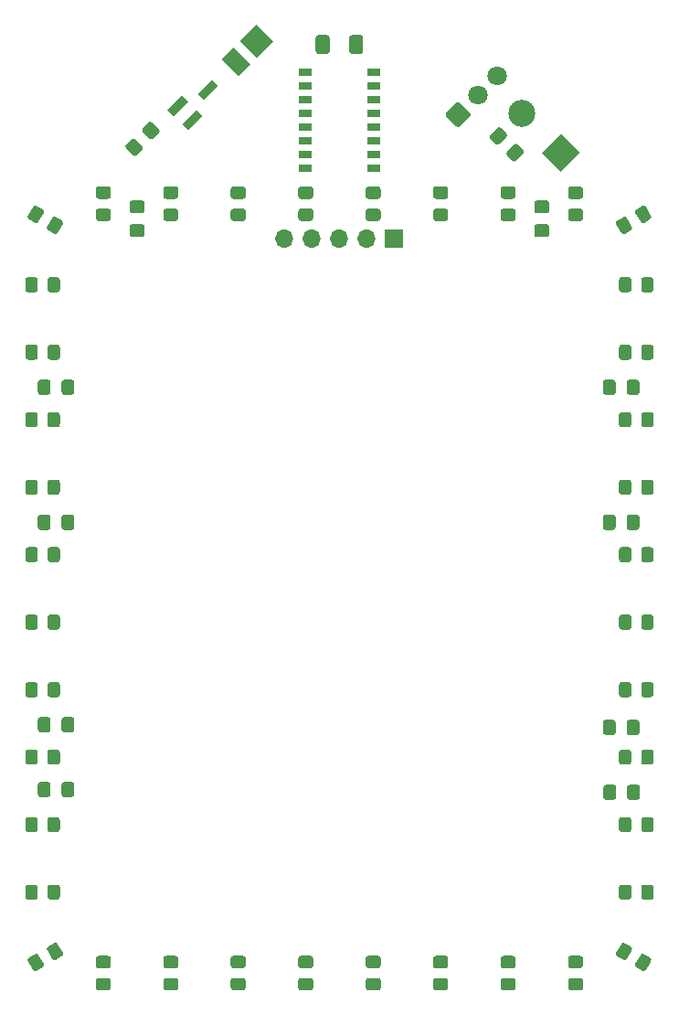
<source format=gbr>
%TF.GenerationSoftware,KiCad,Pcbnew,5.1.9+dfsg1-1+deb11u1*%
%TF.CreationDate,2023-08-15T12:15:31+02:00*%
%TF.ProjectId,label1,6c616265-6c31-42e6-9b69-6361645f7063,rev?*%
%TF.SameCoordinates,Original*%
%TF.FileFunction,Soldermask,Top*%
%TF.FilePolarity,Negative*%
%FSLAX46Y46*%
G04 Gerber Fmt 4.6, Leading zero omitted, Abs format (unit mm)*
G04 Created by KiCad (PCBNEW 5.1.9+dfsg1-1+deb11u1) date 2023-08-15 12:15:31*
%MOMM*%
%LPD*%
G01*
G04 APERTURE LIST*
%ADD10R,1.300000X0.800000*%
%ADD11C,1.800000*%
%ADD12C,0.100000*%
%ADD13C,2.500000*%
%ADD14O,1.700000X1.700000*%
%ADD15R,1.700000X1.700000*%
G04 APERTURE END LIST*
D10*
%TO.C,U1*%
X58150000Y-39050000D03*
X58150000Y-40330000D03*
X58150000Y-41590000D03*
X58150000Y-42860000D03*
X58150000Y-44140000D03*
X58150000Y-45410000D03*
X58150000Y-46670000D03*
X58150000Y-47950000D03*
X51850000Y-47950000D03*
X51850000Y-46670000D03*
X51850000Y-45410000D03*
X51850000Y-44140000D03*
X51850000Y-42860000D03*
X51850000Y-41590000D03*
X51850000Y-40330000D03*
X51850000Y-39050000D03*
%TD*%
D11*
%TO.C,U2*%
X69592102Y-39407898D03*
X67796051Y-41203949D03*
G36*
G01*
X65824355Y-44097147D02*
X64902853Y-43175645D01*
G75*
G02*
X64902853Y-42824355I175645J175645D01*
G01*
X65824355Y-41902853D01*
G75*
G02*
X66175645Y-41902853I175645J-175645D01*
G01*
X67097147Y-42824355D01*
G75*
G02*
X67097147Y-43175645I-175645J-175645D01*
G01*
X66175645Y-44097147D01*
G75*
G02*
X65824355Y-44097147I-175645J175645D01*
G01*
G37*
%TD*%
D12*
%TO.C,Q1*%
G36*
X42421751Y-41643934D02*
G01*
X41856066Y-41078249D01*
X43199569Y-39734746D01*
X43765254Y-40300431D01*
X42421751Y-41643934D01*
G37*
G36*
X40972182Y-44437006D02*
G01*
X40406497Y-43871321D01*
X41750000Y-42527818D01*
X42315685Y-43093503D01*
X40972182Y-44437006D01*
G37*
G36*
X39628679Y-43093503D02*
G01*
X39062994Y-42527818D01*
X40406497Y-41184315D01*
X40972182Y-41750000D01*
X39628679Y-43093503D01*
G37*
%TD*%
%TO.C,D41*%
G36*
X47310660Y-37744975D02*
G01*
X45755025Y-36189340D01*
X47310660Y-34633705D01*
X48866295Y-36189340D01*
X47310660Y-37744975D01*
G37*
G36*
X45613604Y-39442031D02*
G01*
X44057969Y-37886396D01*
X45189340Y-36755025D01*
X46744975Y-38310660D01*
X45613604Y-39442031D01*
G37*
%TD*%
%TO.C,C1*%
G36*
G01*
X70535072Y-46422034D02*
X71172034Y-45785072D01*
G75*
G02*
X71525022Y-45785072I176494J-176494D01*
G01*
X72020562Y-46280612D01*
G75*
G02*
X72020562Y-46633600I-176494J-176494D01*
G01*
X71383600Y-47270562D01*
G75*
G02*
X71030612Y-47270562I-176494J176494D01*
G01*
X70535072Y-46775022D01*
G75*
G02*
X70535072Y-46422034I176494J176494D01*
G01*
G37*
G36*
G01*
X68979438Y-44866400D02*
X69616400Y-44229438D01*
G75*
G02*
X69969388Y-44229438I176494J-176494D01*
G01*
X70464928Y-44724978D01*
G75*
G02*
X70464928Y-45077966I-176494J-176494D01*
G01*
X69827966Y-45714928D01*
G75*
G02*
X69474978Y-45714928I-176494J176494D01*
G01*
X68979438Y-45219388D01*
G75*
G02*
X68979438Y-44866400I176494J176494D01*
G01*
G37*
%TD*%
%TO.C,R13*%
G36*
G01*
X54100000Y-35875000D02*
X54100000Y-37125000D01*
G75*
G02*
X53850000Y-37375000I-250000J0D01*
G01*
X53050000Y-37375000D01*
G75*
G02*
X52800000Y-37125000I0J250000D01*
G01*
X52800000Y-35875000D01*
G75*
G02*
X53050000Y-35625000I250000J0D01*
G01*
X53850000Y-35625000D01*
G75*
G02*
X54100000Y-35875000I0J-250000D01*
G01*
G37*
G36*
G01*
X57200000Y-35875000D02*
X57200000Y-37125000D01*
G75*
G02*
X56950000Y-37375000I-250000J0D01*
G01*
X56150000Y-37375000D01*
G75*
G02*
X55900000Y-37125000I0J250000D01*
G01*
X55900000Y-35875000D01*
G75*
G02*
X56150000Y-35625000I250000J0D01*
G01*
X56950000Y-35625000D01*
G75*
G02*
X57200000Y-35875000I0J-250000D01*
G01*
G37*
%TD*%
D13*
%TO.C,J2*%
X71907898Y-42907898D03*
D12*
G36*
X77267767Y-46500000D02*
G01*
X75500000Y-48267767D01*
X73732233Y-46500000D01*
X75500000Y-44732233D01*
X77267767Y-46500000D01*
G37*
%TD*%
D14*
%TO.C,J1*%
X49920000Y-54500000D03*
X52460000Y-54500000D03*
X55000000Y-54500000D03*
X57540000Y-54500000D03*
D15*
X60080000Y-54500000D03*
%TD*%
%TO.C,R12*%
G36*
G01*
X37422034Y-45214928D02*
X36785072Y-44577966D01*
G75*
G02*
X36785072Y-44224978I176494J176494D01*
G01*
X37280612Y-43729438D01*
G75*
G02*
X37633600Y-43729438I176494J-176494D01*
G01*
X38270562Y-44366400D01*
G75*
G02*
X38270562Y-44719388I-176494J-176494D01*
G01*
X37775022Y-45214928D01*
G75*
G02*
X37422034Y-45214928I-176494J176494D01*
G01*
G37*
G36*
G01*
X35866400Y-46770562D02*
X35229438Y-46133600D01*
G75*
G02*
X35229438Y-45780612I176494J176494D01*
G01*
X35724978Y-45285072D01*
G75*
G02*
X36077966Y-45285072I176494J-176494D01*
G01*
X36714928Y-45922034D01*
G75*
G02*
X36714928Y-46275022I-176494J-176494D01*
G01*
X36219388Y-46770562D01*
G75*
G02*
X35866400Y-46770562I-176494J176494D01*
G01*
G37*
%TD*%
%TO.C,R10*%
G36*
G01*
X28250000Y-105049600D02*
X28250000Y-105950400D01*
G75*
G02*
X28000400Y-106200000I-249600J0D01*
G01*
X27299600Y-106200000D01*
G75*
G02*
X27050000Y-105950400I0J249600D01*
G01*
X27050000Y-105049600D01*
G75*
G02*
X27299600Y-104800000I249600J0D01*
G01*
X28000400Y-104800000D01*
G75*
G02*
X28250000Y-105049600I0J-249600D01*
G01*
G37*
G36*
G01*
X30450000Y-105049600D02*
X30450000Y-105950400D01*
G75*
G02*
X30200400Y-106200000I-249600J0D01*
G01*
X29499600Y-106200000D01*
G75*
G02*
X29250000Y-105950400I0J249600D01*
G01*
X29250000Y-105049600D01*
G75*
G02*
X29499600Y-104800000I249600J0D01*
G01*
X30200400Y-104800000D01*
G75*
G02*
X30450000Y-105049600I0J-249600D01*
G01*
G37*
%TD*%
%TO.C,R9*%
G36*
G01*
X28250000Y-99049600D02*
X28250000Y-99950400D01*
G75*
G02*
X28000400Y-100200000I-249600J0D01*
G01*
X27299600Y-100200000D01*
G75*
G02*
X27050000Y-99950400I0J249600D01*
G01*
X27050000Y-99049600D01*
G75*
G02*
X27299600Y-98800000I249600J0D01*
G01*
X28000400Y-98800000D01*
G75*
G02*
X28250000Y-99049600I0J-249600D01*
G01*
G37*
G36*
G01*
X30450000Y-99049600D02*
X30450000Y-99950400D01*
G75*
G02*
X30200400Y-100200000I-249600J0D01*
G01*
X29499600Y-100200000D01*
G75*
G02*
X29250000Y-99950400I0J249600D01*
G01*
X29250000Y-99049600D01*
G75*
G02*
X29499600Y-98800000I249600J0D01*
G01*
X30200400Y-98800000D01*
G75*
G02*
X30450000Y-99049600I0J-249600D01*
G01*
G37*
%TD*%
%TO.C,R8*%
G36*
G01*
X28250000Y-80299600D02*
X28250000Y-81200400D01*
G75*
G02*
X28000400Y-81450000I-249600J0D01*
G01*
X27299600Y-81450000D01*
G75*
G02*
X27050000Y-81200400I0J249600D01*
G01*
X27050000Y-80299600D01*
G75*
G02*
X27299600Y-80050000I249600J0D01*
G01*
X28000400Y-80050000D01*
G75*
G02*
X28250000Y-80299600I0J-249600D01*
G01*
G37*
G36*
G01*
X30450000Y-80299600D02*
X30450000Y-81200400D01*
G75*
G02*
X30200400Y-81450000I-249600J0D01*
G01*
X29499600Y-81450000D01*
G75*
G02*
X29250000Y-81200400I0J249600D01*
G01*
X29250000Y-80299600D01*
G75*
G02*
X29499600Y-80050000I249600J0D01*
G01*
X30200400Y-80050000D01*
G75*
G02*
X30450000Y-80299600I0J-249600D01*
G01*
G37*
%TD*%
%TO.C,R7*%
G36*
G01*
X28250000Y-67799600D02*
X28250000Y-68700400D01*
G75*
G02*
X28000400Y-68950000I-249600J0D01*
G01*
X27299600Y-68950000D01*
G75*
G02*
X27050000Y-68700400I0J249600D01*
G01*
X27050000Y-67799600D01*
G75*
G02*
X27299600Y-67550000I249600J0D01*
G01*
X28000400Y-67550000D01*
G75*
G02*
X28250000Y-67799600I0J-249600D01*
G01*
G37*
G36*
G01*
X30450000Y-67799600D02*
X30450000Y-68700400D01*
G75*
G02*
X30200400Y-68950000I-249600J0D01*
G01*
X29499600Y-68950000D01*
G75*
G02*
X29250000Y-68700400I0J249600D01*
G01*
X29250000Y-67799600D01*
G75*
G02*
X29499600Y-67550000I249600J0D01*
G01*
X30200400Y-67550000D01*
G75*
G02*
X30450000Y-67799600I0J-249600D01*
G01*
G37*
%TD*%
%TO.C,R6*%
G36*
G01*
X35799600Y-53150000D02*
X36700400Y-53150000D01*
G75*
G02*
X36950000Y-53399600I0J-249600D01*
G01*
X36950000Y-54100400D01*
G75*
G02*
X36700400Y-54350000I-249600J0D01*
G01*
X35799600Y-54350000D01*
G75*
G02*
X35550000Y-54100400I0J249600D01*
G01*
X35550000Y-53399600D01*
G75*
G02*
X35799600Y-53150000I249600J0D01*
G01*
G37*
G36*
G01*
X35799600Y-50950000D02*
X36700400Y-50950000D01*
G75*
G02*
X36950000Y-51199600I0J-249600D01*
G01*
X36950000Y-51900400D01*
G75*
G02*
X36700400Y-52150000I-249600J0D01*
G01*
X35799600Y-52150000D01*
G75*
G02*
X35550000Y-51900400I0J249600D01*
G01*
X35550000Y-51199600D01*
G75*
G02*
X35799600Y-50950000I249600J0D01*
G01*
G37*
%TD*%
%TO.C,R5*%
G36*
G01*
X73299600Y-53150000D02*
X74200400Y-53150000D01*
G75*
G02*
X74450000Y-53399600I0J-249600D01*
G01*
X74450000Y-54100400D01*
G75*
G02*
X74200400Y-54350000I-249600J0D01*
G01*
X73299600Y-54350000D01*
G75*
G02*
X73050000Y-54100400I0J249600D01*
G01*
X73050000Y-53399600D01*
G75*
G02*
X73299600Y-53150000I249600J0D01*
G01*
G37*
G36*
G01*
X73299600Y-50950000D02*
X74200400Y-50950000D01*
G75*
G02*
X74450000Y-51199600I0J-249600D01*
G01*
X74450000Y-51900400D01*
G75*
G02*
X74200400Y-52150000I-249600J0D01*
G01*
X73299600Y-52150000D01*
G75*
G02*
X73050000Y-51900400I0J249600D01*
G01*
X73050000Y-51199600D01*
G75*
G02*
X73299600Y-50950000I249600J0D01*
G01*
G37*
%TD*%
%TO.C,R4*%
G36*
G01*
X81600000Y-68700400D02*
X81600000Y-67799600D01*
G75*
G02*
X81849600Y-67550000I249600J0D01*
G01*
X82550400Y-67550000D01*
G75*
G02*
X82800000Y-67799600I0J-249600D01*
G01*
X82800000Y-68700400D01*
G75*
G02*
X82550400Y-68950000I-249600J0D01*
G01*
X81849600Y-68950000D01*
G75*
G02*
X81600000Y-68700400I0J249600D01*
G01*
G37*
G36*
G01*
X79400000Y-68700400D02*
X79400000Y-67799600D01*
G75*
G02*
X79649600Y-67550000I249600J0D01*
G01*
X80350400Y-67550000D01*
G75*
G02*
X80600000Y-67799600I0J-249600D01*
G01*
X80600000Y-68700400D01*
G75*
G02*
X80350400Y-68950000I-249600J0D01*
G01*
X79649600Y-68950000D01*
G75*
G02*
X79400000Y-68700400I0J249600D01*
G01*
G37*
%TD*%
%TO.C,R3*%
G36*
G01*
X81600000Y-81200400D02*
X81600000Y-80299600D01*
G75*
G02*
X81849600Y-80050000I249600J0D01*
G01*
X82550400Y-80050000D01*
G75*
G02*
X82800000Y-80299600I0J-249600D01*
G01*
X82800000Y-81200400D01*
G75*
G02*
X82550400Y-81450000I-249600J0D01*
G01*
X81849600Y-81450000D01*
G75*
G02*
X81600000Y-81200400I0J249600D01*
G01*
G37*
G36*
G01*
X79400000Y-81200400D02*
X79400000Y-80299600D01*
G75*
G02*
X79649600Y-80050000I249600J0D01*
G01*
X80350400Y-80050000D01*
G75*
G02*
X80600000Y-80299600I0J-249600D01*
G01*
X80600000Y-81200400D01*
G75*
G02*
X80350400Y-81450000I-249600J0D01*
G01*
X79649600Y-81450000D01*
G75*
G02*
X79400000Y-81200400I0J249600D01*
G01*
G37*
%TD*%
%TO.C,R2*%
G36*
G01*
X81600000Y-100200400D02*
X81600000Y-99299600D01*
G75*
G02*
X81849600Y-99050000I249600J0D01*
G01*
X82550400Y-99050000D01*
G75*
G02*
X82800000Y-99299600I0J-249600D01*
G01*
X82800000Y-100200400D01*
G75*
G02*
X82550400Y-100450000I-249600J0D01*
G01*
X81849600Y-100450000D01*
G75*
G02*
X81600000Y-100200400I0J249600D01*
G01*
G37*
G36*
G01*
X79400000Y-100200400D02*
X79400000Y-99299600D01*
G75*
G02*
X79649600Y-99050000I249600J0D01*
G01*
X80350400Y-99050000D01*
G75*
G02*
X80600000Y-99299600I0J-249600D01*
G01*
X80600000Y-100200400D01*
G75*
G02*
X80350400Y-100450000I-249600J0D01*
G01*
X79649600Y-100450000D01*
G75*
G02*
X79400000Y-100200400I0J249600D01*
G01*
G37*
%TD*%
%TO.C,R1*%
G36*
G01*
X81650000Y-106200400D02*
X81650000Y-105299600D01*
G75*
G02*
X81899600Y-105050000I249600J0D01*
G01*
X82600400Y-105050000D01*
G75*
G02*
X82850000Y-105299600I0J-249600D01*
G01*
X82850000Y-106200400D01*
G75*
G02*
X82600400Y-106450000I-249600J0D01*
G01*
X81899600Y-106450000D01*
G75*
G02*
X81650000Y-106200400I0J249600D01*
G01*
G37*
G36*
G01*
X79450000Y-106200400D02*
X79450000Y-105299600D01*
G75*
G02*
X79699600Y-105050000I249600J0D01*
G01*
X80400400Y-105050000D01*
G75*
G02*
X80650000Y-105299600I0J-249600D01*
G01*
X80650000Y-106200400D01*
G75*
G02*
X80400400Y-106450000I-249600J0D01*
G01*
X79699600Y-106450000D01*
G75*
G02*
X79450000Y-106200400I0J249600D01*
G01*
G37*
%TD*%
%TO.C,D40*%
G36*
G01*
X27050000Y-102049999D02*
X27050000Y-102950001D01*
G75*
G02*
X26800001Y-103200000I-249999J0D01*
G01*
X26149999Y-103200000D01*
G75*
G02*
X25900000Y-102950001I0J249999D01*
G01*
X25900000Y-102049999D01*
G75*
G02*
X26149999Y-101800000I249999J0D01*
G01*
X26800001Y-101800000D01*
G75*
G02*
X27050000Y-102049999I0J-249999D01*
G01*
G37*
G36*
G01*
X29100000Y-102049999D02*
X29100000Y-102950001D01*
G75*
G02*
X28850001Y-103200000I-249999J0D01*
G01*
X28199999Y-103200000D01*
G75*
G02*
X27950000Y-102950001I0J249999D01*
G01*
X27950000Y-102049999D01*
G75*
G02*
X28199999Y-101800000I249999J0D01*
G01*
X28850001Y-101800000D01*
G75*
G02*
X29100000Y-102049999I0J-249999D01*
G01*
G37*
%TD*%
%TO.C,D39*%
G36*
G01*
X27050000Y-77049999D02*
X27050000Y-77950001D01*
G75*
G02*
X26800001Y-78200000I-249999J0D01*
G01*
X26149999Y-78200000D01*
G75*
G02*
X25900000Y-77950001I0J249999D01*
G01*
X25900000Y-77049999D01*
G75*
G02*
X26149999Y-76800000I249999J0D01*
G01*
X26800001Y-76800000D01*
G75*
G02*
X27050000Y-77049999I0J-249999D01*
G01*
G37*
G36*
G01*
X29100000Y-77049999D02*
X29100000Y-77950001D01*
G75*
G02*
X28850001Y-78200000I-249999J0D01*
G01*
X28199999Y-78200000D01*
G75*
G02*
X27950000Y-77950001I0J249999D01*
G01*
X27950000Y-77049999D01*
G75*
G02*
X28199999Y-76800000I249999J0D01*
G01*
X28850001Y-76800000D01*
G75*
G02*
X29100000Y-77049999I0J-249999D01*
G01*
G37*
%TD*%
%TO.C,D38*%
G36*
G01*
X27585289Y-52135287D02*
X27135288Y-52914712D01*
G75*
G02*
X26793783Y-53006218I-216505J124999D01*
G01*
X26230864Y-52681217D01*
G75*
G02*
X26139359Y-52339713I125000J216505D01*
G01*
X26589360Y-51560288D01*
G75*
G02*
X26930865Y-51468782I216505J-124999D01*
G01*
X27493784Y-51793783D01*
G75*
G02*
X27585289Y-52135287I-125000J-216505D01*
G01*
G37*
G36*
G01*
X29360641Y-53160287D02*
X28910640Y-53939712D01*
G75*
G02*
X28569135Y-54031218I-216505J124999D01*
G01*
X28006216Y-53706217D01*
G75*
G02*
X27914711Y-53364713I125000J216505D01*
G01*
X28364712Y-52585288D01*
G75*
G02*
X28706217Y-52493782I216505J-124999D01*
G01*
X29269136Y-52818783D01*
G75*
G02*
X29360641Y-53160287I-125000J-216505D01*
G01*
G37*
%TD*%
%TO.C,D37*%
G36*
G01*
X52325001Y-50800000D02*
X51424999Y-50800000D01*
G75*
G02*
X51175000Y-50550001I0J249999D01*
G01*
X51175000Y-49899999D01*
G75*
G02*
X51424999Y-49650000I249999J0D01*
G01*
X52325001Y-49650000D01*
G75*
G02*
X52575000Y-49899999I0J-249999D01*
G01*
X52575000Y-50550001D01*
G75*
G02*
X52325001Y-50800000I-249999J0D01*
G01*
G37*
G36*
G01*
X52325001Y-52850000D02*
X51424999Y-52850000D01*
G75*
G02*
X51175000Y-52600001I0J249999D01*
G01*
X51175000Y-51949999D01*
G75*
G02*
X51424999Y-51700000I249999J0D01*
G01*
X52325001Y-51700000D01*
G75*
G02*
X52575000Y-51949999I0J-249999D01*
G01*
X52575000Y-52600001D01*
G75*
G02*
X52325001Y-52850000I-249999J0D01*
G01*
G37*
%TD*%
%TO.C,D36*%
G36*
G01*
X82950000Y-71700001D02*
X82950000Y-70799999D01*
G75*
G02*
X83199999Y-70550000I249999J0D01*
G01*
X83850001Y-70550000D01*
G75*
G02*
X84100000Y-70799999I0J-249999D01*
G01*
X84100000Y-71700001D01*
G75*
G02*
X83850001Y-71950000I-249999J0D01*
G01*
X83199999Y-71950000D01*
G75*
G02*
X82950000Y-71700001I0J249999D01*
G01*
G37*
G36*
G01*
X80900000Y-71700001D02*
X80900000Y-70799999D01*
G75*
G02*
X81149999Y-70550000I249999J0D01*
G01*
X81800001Y-70550000D01*
G75*
G02*
X82050000Y-70799999I0J-249999D01*
G01*
X82050000Y-71700001D01*
G75*
G02*
X81800001Y-71950000I-249999J0D01*
G01*
X81149999Y-71950000D01*
G75*
G02*
X80900000Y-71700001I0J249999D01*
G01*
G37*
%TD*%
%TO.C,D35*%
G36*
G01*
X82950000Y-96700001D02*
X82950000Y-95799999D01*
G75*
G02*
X83199999Y-95550000I249999J0D01*
G01*
X83850001Y-95550000D01*
G75*
G02*
X84100000Y-95799999I0J-249999D01*
G01*
X84100000Y-96700001D01*
G75*
G02*
X83850001Y-96950000I-249999J0D01*
G01*
X83199999Y-96950000D01*
G75*
G02*
X82950000Y-96700001I0J249999D01*
G01*
G37*
G36*
G01*
X80900000Y-96700001D02*
X80900000Y-95799999D01*
G75*
G02*
X81149999Y-95550000I249999J0D01*
G01*
X81800001Y-95550000D01*
G75*
G02*
X82050000Y-95799999I0J-249999D01*
G01*
X82050000Y-96700001D01*
G75*
G02*
X81800001Y-96950000I-249999J0D01*
G01*
X81149999Y-96950000D01*
G75*
G02*
X80900000Y-96700001I0J249999D01*
G01*
G37*
%TD*%
%TO.C,D34*%
G36*
G01*
X82414711Y-121614713D02*
X82864712Y-120835288D01*
G75*
G02*
X83206217Y-120743782I216505J-124999D01*
G01*
X83769136Y-121068783D01*
G75*
G02*
X83860641Y-121410287I-125000J-216505D01*
G01*
X83410640Y-122189712D01*
G75*
G02*
X83069135Y-122281218I-216505J124999D01*
G01*
X82506216Y-121956217D01*
G75*
G02*
X82414711Y-121614713I125000J216505D01*
G01*
G37*
G36*
G01*
X80639359Y-120589713D02*
X81089360Y-119810288D01*
G75*
G02*
X81430865Y-119718782I216505J-124999D01*
G01*
X81993784Y-120043783D01*
G75*
G02*
X82085289Y-120385287I-125000J-216505D01*
G01*
X81635288Y-121164712D01*
G75*
G02*
X81293783Y-121256218I-216505J124999D01*
G01*
X80730864Y-120931217D01*
G75*
G02*
X80639359Y-120589713I125000J216505D01*
G01*
G37*
%TD*%
%TO.C,D33*%
G36*
G01*
X57674999Y-122950000D02*
X58575001Y-122950000D01*
G75*
G02*
X58825000Y-123199999I0J-249999D01*
G01*
X58825000Y-123850001D01*
G75*
G02*
X58575001Y-124100000I-249999J0D01*
G01*
X57674999Y-124100000D01*
G75*
G02*
X57425000Y-123850001I0J249999D01*
G01*
X57425000Y-123199999D01*
G75*
G02*
X57674999Y-122950000I249999J0D01*
G01*
G37*
G36*
G01*
X57674999Y-120900000D02*
X58575001Y-120900000D01*
G75*
G02*
X58825000Y-121149999I0J-249999D01*
G01*
X58825000Y-121800001D01*
G75*
G02*
X58575001Y-122050000I-249999J0D01*
G01*
X57674999Y-122050000D01*
G75*
G02*
X57425000Y-121800001I0J249999D01*
G01*
X57425000Y-121149999D01*
G75*
G02*
X57674999Y-120900000I249999J0D01*
G01*
G37*
%TD*%
%TO.C,D32*%
G36*
G01*
X32674999Y-122950000D02*
X33575001Y-122950000D01*
G75*
G02*
X33825000Y-123199999I0J-249999D01*
G01*
X33825000Y-123850001D01*
G75*
G02*
X33575001Y-124100000I-249999J0D01*
G01*
X32674999Y-124100000D01*
G75*
G02*
X32425000Y-123850001I0J249999D01*
G01*
X32425000Y-123199999D01*
G75*
G02*
X32674999Y-122950000I249999J0D01*
G01*
G37*
G36*
G01*
X32674999Y-120900000D02*
X33575001Y-120900000D01*
G75*
G02*
X33825000Y-121149999I0J-249999D01*
G01*
X33825000Y-121800001D01*
G75*
G02*
X33575001Y-122050000I-249999J0D01*
G01*
X32674999Y-122050000D01*
G75*
G02*
X32425000Y-121800001I0J249999D01*
G01*
X32425000Y-121149999D01*
G75*
G02*
X32674999Y-120900000I249999J0D01*
G01*
G37*
%TD*%
%TO.C,D31*%
G36*
G01*
X27050000Y-83299999D02*
X27050000Y-84200001D01*
G75*
G02*
X26800001Y-84450000I-249999J0D01*
G01*
X26149999Y-84450000D01*
G75*
G02*
X25900000Y-84200001I0J249999D01*
G01*
X25900000Y-83299999D01*
G75*
G02*
X26149999Y-83050000I249999J0D01*
G01*
X26800001Y-83050000D01*
G75*
G02*
X27050000Y-83299999I0J-249999D01*
G01*
G37*
G36*
G01*
X29100000Y-83299999D02*
X29100000Y-84200001D01*
G75*
G02*
X28850001Y-84450000I-249999J0D01*
G01*
X28199999Y-84450000D01*
G75*
G02*
X27950000Y-84200001I0J249999D01*
G01*
X27950000Y-83299999D01*
G75*
G02*
X28199999Y-83050000I249999J0D01*
G01*
X28850001Y-83050000D01*
G75*
G02*
X29100000Y-83299999I0J-249999D01*
G01*
G37*
%TD*%
%TO.C,D30*%
G36*
G01*
X27050000Y-58299999D02*
X27050000Y-59200001D01*
G75*
G02*
X26800001Y-59450000I-249999J0D01*
G01*
X26149999Y-59450000D01*
G75*
G02*
X25900000Y-59200001I0J249999D01*
G01*
X25900000Y-58299999D01*
G75*
G02*
X26149999Y-58050000I249999J0D01*
G01*
X26800001Y-58050000D01*
G75*
G02*
X27050000Y-58299999I0J-249999D01*
G01*
G37*
G36*
G01*
X29100000Y-58299999D02*
X29100000Y-59200001D01*
G75*
G02*
X28850001Y-59450000I-249999J0D01*
G01*
X28199999Y-59450000D01*
G75*
G02*
X27950000Y-59200001I0J249999D01*
G01*
X27950000Y-58299999D01*
G75*
G02*
X28199999Y-58050000I249999J0D01*
G01*
X28850001Y-58050000D01*
G75*
G02*
X29100000Y-58299999I0J-249999D01*
G01*
G37*
%TD*%
%TO.C,D29*%
G36*
G01*
X46075001Y-50800000D02*
X45174999Y-50800000D01*
G75*
G02*
X44925000Y-50550001I0J249999D01*
G01*
X44925000Y-49899999D01*
G75*
G02*
X45174999Y-49650000I249999J0D01*
G01*
X46075001Y-49650000D01*
G75*
G02*
X46325000Y-49899999I0J-249999D01*
G01*
X46325000Y-50550001D01*
G75*
G02*
X46075001Y-50800000I-249999J0D01*
G01*
G37*
G36*
G01*
X46075001Y-52850000D02*
X45174999Y-52850000D01*
G75*
G02*
X44925000Y-52600001I0J249999D01*
G01*
X44925000Y-51949999D01*
G75*
G02*
X45174999Y-51700000I249999J0D01*
G01*
X46075001Y-51700000D01*
G75*
G02*
X46325000Y-51949999I0J-249999D01*
G01*
X46325000Y-52600001D01*
G75*
G02*
X46075001Y-52850000I-249999J0D01*
G01*
G37*
%TD*%
%TO.C,D28*%
G36*
G01*
X77325001Y-50800000D02*
X76424999Y-50800000D01*
G75*
G02*
X76175000Y-50550001I0J249999D01*
G01*
X76175000Y-49899999D01*
G75*
G02*
X76424999Y-49650000I249999J0D01*
G01*
X77325001Y-49650000D01*
G75*
G02*
X77575000Y-49899999I0J-249999D01*
G01*
X77575000Y-50550001D01*
G75*
G02*
X77325001Y-50800000I-249999J0D01*
G01*
G37*
G36*
G01*
X77325001Y-52850000D02*
X76424999Y-52850000D01*
G75*
G02*
X76175000Y-52600001I0J249999D01*
G01*
X76175000Y-51949999D01*
G75*
G02*
X76424999Y-51700000I249999J0D01*
G01*
X77325001Y-51700000D01*
G75*
G02*
X77575000Y-51949999I0J-249999D01*
G01*
X77575000Y-52600001D01*
G75*
G02*
X77325001Y-52850000I-249999J0D01*
G01*
G37*
%TD*%
%TO.C,D27*%
G36*
G01*
X82950000Y-90450001D02*
X82950000Y-89549999D01*
G75*
G02*
X83199999Y-89300000I249999J0D01*
G01*
X83850001Y-89300000D01*
G75*
G02*
X84100000Y-89549999I0J-249999D01*
G01*
X84100000Y-90450001D01*
G75*
G02*
X83850001Y-90700000I-249999J0D01*
G01*
X83199999Y-90700000D01*
G75*
G02*
X82950000Y-90450001I0J249999D01*
G01*
G37*
G36*
G01*
X80900000Y-90450001D02*
X80900000Y-89549999D01*
G75*
G02*
X81149999Y-89300000I249999J0D01*
G01*
X81800001Y-89300000D01*
G75*
G02*
X82050000Y-89549999I0J-249999D01*
G01*
X82050000Y-90450001D01*
G75*
G02*
X81800001Y-90700000I-249999J0D01*
G01*
X81149999Y-90700000D01*
G75*
G02*
X80900000Y-90450001I0J249999D01*
G01*
G37*
%TD*%
%TO.C,D26*%
G36*
G01*
X82950000Y-115450001D02*
X82950000Y-114549999D01*
G75*
G02*
X83199999Y-114300000I249999J0D01*
G01*
X83850001Y-114300000D01*
G75*
G02*
X84100000Y-114549999I0J-249999D01*
G01*
X84100000Y-115450001D01*
G75*
G02*
X83850001Y-115700000I-249999J0D01*
G01*
X83199999Y-115700000D01*
G75*
G02*
X82950000Y-115450001I0J249999D01*
G01*
G37*
G36*
G01*
X80900000Y-115450001D02*
X80900000Y-114549999D01*
G75*
G02*
X81149999Y-114300000I249999J0D01*
G01*
X81800001Y-114300000D01*
G75*
G02*
X82050000Y-114549999I0J-249999D01*
G01*
X82050000Y-115450001D01*
G75*
G02*
X81800001Y-115700000I-249999J0D01*
G01*
X81149999Y-115700000D01*
G75*
G02*
X80900000Y-115450001I0J249999D01*
G01*
G37*
%TD*%
%TO.C,D25*%
G36*
G01*
X63924999Y-122950000D02*
X64825001Y-122950000D01*
G75*
G02*
X65075000Y-123199999I0J-249999D01*
G01*
X65075000Y-123850001D01*
G75*
G02*
X64825001Y-124100000I-249999J0D01*
G01*
X63924999Y-124100000D01*
G75*
G02*
X63675000Y-123850001I0J249999D01*
G01*
X63675000Y-123199999D01*
G75*
G02*
X63924999Y-122950000I249999J0D01*
G01*
G37*
G36*
G01*
X63924999Y-120900000D02*
X64825001Y-120900000D01*
G75*
G02*
X65075000Y-121149999I0J-249999D01*
G01*
X65075000Y-121800001D01*
G75*
G02*
X64825001Y-122050000I-249999J0D01*
G01*
X63924999Y-122050000D01*
G75*
G02*
X63675000Y-121800001I0J249999D01*
G01*
X63675000Y-121149999D01*
G75*
G02*
X63924999Y-120900000I249999J0D01*
G01*
G37*
%TD*%
%TO.C,D24*%
G36*
G01*
X38924999Y-122950000D02*
X39825001Y-122950000D01*
G75*
G02*
X40075000Y-123199999I0J-249999D01*
G01*
X40075000Y-123850001D01*
G75*
G02*
X39825001Y-124100000I-249999J0D01*
G01*
X38924999Y-124100000D01*
G75*
G02*
X38675000Y-123850001I0J249999D01*
G01*
X38675000Y-123199999D01*
G75*
G02*
X38924999Y-122950000I249999J0D01*
G01*
G37*
G36*
G01*
X38924999Y-120900000D02*
X39825001Y-120900000D01*
G75*
G02*
X40075000Y-121149999I0J-249999D01*
G01*
X40075000Y-121800001D01*
G75*
G02*
X39825001Y-122050000I-249999J0D01*
G01*
X38924999Y-122050000D01*
G75*
G02*
X38675000Y-121800001I0J249999D01*
G01*
X38675000Y-121149999D01*
G75*
G02*
X38924999Y-120900000I249999J0D01*
G01*
G37*
%TD*%
%TO.C,D23*%
G36*
G01*
X27050000Y-108299999D02*
X27050000Y-109200001D01*
G75*
G02*
X26800001Y-109450000I-249999J0D01*
G01*
X26149999Y-109450000D01*
G75*
G02*
X25900000Y-109200001I0J249999D01*
G01*
X25900000Y-108299999D01*
G75*
G02*
X26149999Y-108050000I249999J0D01*
G01*
X26800001Y-108050000D01*
G75*
G02*
X27050000Y-108299999I0J-249999D01*
G01*
G37*
G36*
G01*
X29100000Y-108299999D02*
X29100000Y-109200001D01*
G75*
G02*
X28850001Y-109450000I-249999J0D01*
G01*
X28199999Y-109450000D01*
G75*
G02*
X27950000Y-109200001I0J249999D01*
G01*
X27950000Y-108299999D01*
G75*
G02*
X28199999Y-108050000I249999J0D01*
G01*
X28850001Y-108050000D01*
G75*
G02*
X29100000Y-108299999I0J-249999D01*
G01*
G37*
%TD*%
%TO.C,D22*%
G36*
G01*
X27050000Y-64549999D02*
X27050000Y-65450001D01*
G75*
G02*
X26800001Y-65700000I-249999J0D01*
G01*
X26149999Y-65700000D01*
G75*
G02*
X25900000Y-65450001I0J249999D01*
G01*
X25900000Y-64549999D01*
G75*
G02*
X26149999Y-64300000I249999J0D01*
G01*
X26800001Y-64300000D01*
G75*
G02*
X27050000Y-64549999I0J-249999D01*
G01*
G37*
G36*
G01*
X29100000Y-64549999D02*
X29100000Y-65450001D01*
G75*
G02*
X28850001Y-65700000I-249999J0D01*
G01*
X28199999Y-65700000D01*
G75*
G02*
X27950000Y-65450001I0J249999D01*
G01*
X27950000Y-64549999D01*
G75*
G02*
X28199999Y-64300000I249999J0D01*
G01*
X28850001Y-64300000D01*
G75*
G02*
X29100000Y-64549999I0J-249999D01*
G01*
G37*
%TD*%
%TO.C,D21*%
G36*
G01*
X39825001Y-50800000D02*
X38924999Y-50800000D01*
G75*
G02*
X38675000Y-50550001I0J249999D01*
G01*
X38675000Y-49899999D01*
G75*
G02*
X38924999Y-49650000I249999J0D01*
G01*
X39825001Y-49650000D01*
G75*
G02*
X40075000Y-49899999I0J-249999D01*
G01*
X40075000Y-50550001D01*
G75*
G02*
X39825001Y-50800000I-249999J0D01*
G01*
G37*
G36*
G01*
X39825001Y-52850000D02*
X38924999Y-52850000D01*
G75*
G02*
X38675000Y-52600001I0J249999D01*
G01*
X38675000Y-51949999D01*
G75*
G02*
X38924999Y-51700000I249999J0D01*
G01*
X39825001Y-51700000D01*
G75*
G02*
X40075000Y-51949999I0J-249999D01*
G01*
X40075000Y-52600001D01*
G75*
G02*
X39825001Y-52850000I-249999J0D01*
G01*
G37*
%TD*%
%TO.C,D20*%
G36*
G01*
X71075001Y-50800000D02*
X70174999Y-50800000D01*
G75*
G02*
X69925000Y-50550001I0J249999D01*
G01*
X69925000Y-49899999D01*
G75*
G02*
X70174999Y-49650000I249999J0D01*
G01*
X71075001Y-49650000D01*
G75*
G02*
X71325000Y-49899999I0J-249999D01*
G01*
X71325000Y-50550001D01*
G75*
G02*
X71075001Y-50800000I-249999J0D01*
G01*
G37*
G36*
G01*
X71075001Y-52850000D02*
X70174999Y-52850000D01*
G75*
G02*
X69925000Y-52600001I0J249999D01*
G01*
X69925000Y-51949999D01*
G75*
G02*
X70174999Y-51700000I249999J0D01*
G01*
X71075001Y-51700000D01*
G75*
G02*
X71325000Y-51949999I0J-249999D01*
G01*
X71325000Y-52600001D01*
G75*
G02*
X71075001Y-52850000I-249999J0D01*
G01*
G37*
%TD*%
%TO.C,D19*%
G36*
G01*
X82950000Y-65450001D02*
X82950000Y-64549999D01*
G75*
G02*
X83199999Y-64300000I249999J0D01*
G01*
X83850001Y-64300000D01*
G75*
G02*
X84100000Y-64549999I0J-249999D01*
G01*
X84100000Y-65450001D01*
G75*
G02*
X83850001Y-65700000I-249999J0D01*
G01*
X83199999Y-65700000D01*
G75*
G02*
X82950000Y-65450001I0J249999D01*
G01*
G37*
G36*
G01*
X80900000Y-65450001D02*
X80900000Y-64549999D01*
G75*
G02*
X81149999Y-64300000I249999J0D01*
G01*
X81800001Y-64300000D01*
G75*
G02*
X82050000Y-64549999I0J-249999D01*
G01*
X82050000Y-65450001D01*
G75*
G02*
X81800001Y-65700000I-249999J0D01*
G01*
X81149999Y-65700000D01*
G75*
G02*
X80900000Y-65450001I0J249999D01*
G01*
G37*
%TD*%
%TO.C,D18*%
G36*
G01*
X82950000Y-109200001D02*
X82950000Y-108299999D01*
G75*
G02*
X83199999Y-108050000I249999J0D01*
G01*
X83850001Y-108050000D01*
G75*
G02*
X84100000Y-108299999I0J-249999D01*
G01*
X84100000Y-109200001D01*
G75*
G02*
X83850001Y-109450000I-249999J0D01*
G01*
X83199999Y-109450000D01*
G75*
G02*
X82950000Y-109200001I0J249999D01*
G01*
G37*
G36*
G01*
X80900000Y-109200001D02*
X80900000Y-108299999D01*
G75*
G02*
X81149999Y-108050000I249999J0D01*
G01*
X81800001Y-108050000D01*
G75*
G02*
X82050000Y-108299999I0J-249999D01*
G01*
X82050000Y-109200001D01*
G75*
G02*
X81800001Y-109450000I-249999J0D01*
G01*
X81149999Y-109450000D01*
G75*
G02*
X80900000Y-109200001I0J249999D01*
G01*
G37*
%TD*%
%TO.C,D17*%
G36*
G01*
X70174999Y-122950000D02*
X71075001Y-122950000D01*
G75*
G02*
X71325000Y-123199999I0J-249999D01*
G01*
X71325000Y-123850001D01*
G75*
G02*
X71075001Y-124100000I-249999J0D01*
G01*
X70174999Y-124100000D01*
G75*
G02*
X69925000Y-123850001I0J249999D01*
G01*
X69925000Y-123199999D01*
G75*
G02*
X70174999Y-122950000I249999J0D01*
G01*
G37*
G36*
G01*
X70174999Y-120900000D02*
X71075001Y-120900000D01*
G75*
G02*
X71325000Y-121149999I0J-249999D01*
G01*
X71325000Y-121800001D01*
G75*
G02*
X71075001Y-122050000I-249999J0D01*
G01*
X70174999Y-122050000D01*
G75*
G02*
X69925000Y-121800001I0J249999D01*
G01*
X69925000Y-121149999D01*
G75*
G02*
X70174999Y-120900000I249999J0D01*
G01*
G37*
%TD*%
%TO.C,D16*%
G36*
G01*
X45174999Y-122950000D02*
X46075001Y-122950000D01*
G75*
G02*
X46325000Y-123199999I0J-249999D01*
G01*
X46325000Y-123850001D01*
G75*
G02*
X46075001Y-124100000I-249999J0D01*
G01*
X45174999Y-124100000D01*
G75*
G02*
X44925000Y-123850001I0J249999D01*
G01*
X44925000Y-123199999D01*
G75*
G02*
X45174999Y-122950000I249999J0D01*
G01*
G37*
G36*
G01*
X45174999Y-120900000D02*
X46075001Y-120900000D01*
G75*
G02*
X46325000Y-121149999I0J-249999D01*
G01*
X46325000Y-121800001D01*
G75*
G02*
X46075001Y-122050000I-249999J0D01*
G01*
X45174999Y-122050000D01*
G75*
G02*
X44925000Y-121800001I0J249999D01*
G01*
X44925000Y-121149999D01*
G75*
G02*
X45174999Y-120900000I249999J0D01*
G01*
G37*
%TD*%
%TO.C,D15*%
G36*
G01*
X27050000Y-114549999D02*
X27050000Y-115450001D01*
G75*
G02*
X26800001Y-115700000I-249999J0D01*
G01*
X26149999Y-115700000D01*
G75*
G02*
X25900000Y-115450001I0J249999D01*
G01*
X25900000Y-114549999D01*
G75*
G02*
X26149999Y-114300000I249999J0D01*
G01*
X26800001Y-114300000D01*
G75*
G02*
X27050000Y-114549999I0J-249999D01*
G01*
G37*
G36*
G01*
X29100000Y-114549999D02*
X29100000Y-115450001D01*
G75*
G02*
X28850001Y-115700000I-249999J0D01*
G01*
X28199999Y-115700000D01*
G75*
G02*
X27950000Y-115450001I0J249999D01*
G01*
X27950000Y-114549999D01*
G75*
G02*
X28199999Y-114300000I249999J0D01*
G01*
X28850001Y-114300000D01*
G75*
G02*
X29100000Y-114549999I0J-249999D01*
G01*
G37*
%TD*%
%TO.C,D14*%
G36*
G01*
X27050000Y-89549999D02*
X27050000Y-90450001D01*
G75*
G02*
X26800001Y-90700000I-249999J0D01*
G01*
X26149999Y-90700000D01*
G75*
G02*
X25900000Y-90450001I0J249999D01*
G01*
X25900000Y-89549999D01*
G75*
G02*
X26149999Y-89300000I249999J0D01*
G01*
X26800001Y-89300000D01*
G75*
G02*
X27050000Y-89549999I0J-249999D01*
G01*
G37*
G36*
G01*
X29100000Y-89549999D02*
X29100000Y-90450001D01*
G75*
G02*
X28850001Y-90700000I-249999J0D01*
G01*
X28199999Y-90700000D01*
G75*
G02*
X27950000Y-90450001I0J249999D01*
G01*
X27950000Y-89549999D01*
G75*
G02*
X28199999Y-89300000I249999J0D01*
G01*
X28850001Y-89300000D01*
G75*
G02*
X29100000Y-89549999I0J-249999D01*
G01*
G37*
%TD*%
%TO.C,D13*%
G36*
G01*
X33575001Y-50800000D02*
X32674999Y-50800000D01*
G75*
G02*
X32425000Y-50550001I0J249999D01*
G01*
X32425000Y-49899999D01*
G75*
G02*
X32674999Y-49650000I249999J0D01*
G01*
X33575001Y-49650000D01*
G75*
G02*
X33825000Y-49899999I0J-249999D01*
G01*
X33825000Y-50550001D01*
G75*
G02*
X33575001Y-50800000I-249999J0D01*
G01*
G37*
G36*
G01*
X33575001Y-52850000D02*
X32674999Y-52850000D01*
G75*
G02*
X32425000Y-52600001I0J249999D01*
G01*
X32425000Y-51949999D01*
G75*
G02*
X32674999Y-51700000I249999J0D01*
G01*
X33575001Y-51700000D01*
G75*
G02*
X33825000Y-51949999I0J-249999D01*
G01*
X33825000Y-52600001D01*
G75*
G02*
X33575001Y-52850000I-249999J0D01*
G01*
G37*
%TD*%
%TO.C,D12*%
G36*
G01*
X64825001Y-50800000D02*
X63924999Y-50800000D01*
G75*
G02*
X63675000Y-50550001I0J249999D01*
G01*
X63675000Y-49899999D01*
G75*
G02*
X63924999Y-49650000I249999J0D01*
G01*
X64825001Y-49650000D01*
G75*
G02*
X65075000Y-49899999I0J-249999D01*
G01*
X65075000Y-50550001D01*
G75*
G02*
X64825001Y-50800000I-249999J0D01*
G01*
G37*
G36*
G01*
X64825001Y-52850000D02*
X63924999Y-52850000D01*
G75*
G02*
X63675000Y-52600001I0J249999D01*
G01*
X63675000Y-51949999D01*
G75*
G02*
X63924999Y-51700000I249999J0D01*
G01*
X64825001Y-51700000D01*
G75*
G02*
X65075000Y-51949999I0J-249999D01*
G01*
X65075000Y-52600001D01*
G75*
G02*
X64825001Y-52850000I-249999J0D01*
G01*
G37*
%TD*%
%TO.C,D11*%
G36*
G01*
X82950000Y-59200001D02*
X82950000Y-58299999D01*
G75*
G02*
X83199999Y-58050000I249999J0D01*
G01*
X83850001Y-58050000D01*
G75*
G02*
X84100000Y-58299999I0J-249999D01*
G01*
X84100000Y-59200001D01*
G75*
G02*
X83850001Y-59450000I-249999J0D01*
G01*
X83199999Y-59450000D01*
G75*
G02*
X82950000Y-59200001I0J249999D01*
G01*
G37*
G36*
G01*
X80900000Y-59200001D02*
X80900000Y-58299999D01*
G75*
G02*
X81149999Y-58050000I249999J0D01*
G01*
X81800001Y-58050000D01*
G75*
G02*
X82050000Y-58299999I0J-249999D01*
G01*
X82050000Y-59200001D01*
G75*
G02*
X81800001Y-59450000I-249999J0D01*
G01*
X81149999Y-59450000D01*
G75*
G02*
X80900000Y-59200001I0J249999D01*
G01*
G37*
%TD*%
%TO.C,D10*%
G36*
G01*
X82950000Y-84200001D02*
X82950000Y-83299999D01*
G75*
G02*
X83199999Y-83050000I249999J0D01*
G01*
X83850001Y-83050000D01*
G75*
G02*
X84100000Y-83299999I0J-249999D01*
G01*
X84100000Y-84200001D01*
G75*
G02*
X83850001Y-84450000I-249999J0D01*
G01*
X83199999Y-84450000D01*
G75*
G02*
X82950000Y-84200001I0J249999D01*
G01*
G37*
G36*
G01*
X80900000Y-84200001D02*
X80900000Y-83299999D01*
G75*
G02*
X81149999Y-83050000I249999J0D01*
G01*
X81800001Y-83050000D01*
G75*
G02*
X82050000Y-83299999I0J-249999D01*
G01*
X82050000Y-84200001D01*
G75*
G02*
X81800001Y-84450000I-249999J0D01*
G01*
X81149999Y-84450000D01*
G75*
G02*
X80900000Y-84200001I0J249999D01*
G01*
G37*
%TD*%
%TO.C,D9*%
G36*
G01*
X76424999Y-122950000D02*
X77325001Y-122950000D01*
G75*
G02*
X77575000Y-123199999I0J-249999D01*
G01*
X77575000Y-123850001D01*
G75*
G02*
X77325001Y-124100000I-249999J0D01*
G01*
X76424999Y-124100000D01*
G75*
G02*
X76175000Y-123850001I0J249999D01*
G01*
X76175000Y-123199999D01*
G75*
G02*
X76424999Y-122950000I249999J0D01*
G01*
G37*
G36*
G01*
X76424999Y-120900000D02*
X77325001Y-120900000D01*
G75*
G02*
X77575000Y-121149999I0J-249999D01*
G01*
X77575000Y-121800001D01*
G75*
G02*
X77325001Y-122050000I-249999J0D01*
G01*
X76424999Y-122050000D01*
G75*
G02*
X76175000Y-121800001I0J249999D01*
G01*
X76175000Y-121149999D01*
G75*
G02*
X76424999Y-120900000I249999J0D01*
G01*
G37*
%TD*%
%TO.C,D8*%
G36*
G01*
X51424999Y-122950000D02*
X52325001Y-122950000D01*
G75*
G02*
X52575000Y-123199999I0J-249999D01*
G01*
X52575000Y-123850001D01*
G75*
G02*
X52325001Y-124100000I-249999J0D01*
G01*
X51424999Y-124100000D01*
G75*
G02*
X51175000Y-123850001I0J249999D01*
G01*
X51175000Y-123199999D01*
G75*
G02*
X51424999Y-122950000I249999J0D01*
G01*
G37*
G36*
G01*
X51424999Y-120900000D02*
X52325001Y-120900000D01*
G75*
G02*
X52575000Y-121149999I0J-249999D01*
G01*
X52575000Y-121800001D01*
G75*
G02*
X52325001Y-122050000I-249999J0D01*
G01*
X51424999Y-122050000D01*
G75*
G02*
X51175000Y-121800001I0J249999D01*
G01*
X51175000Y-121149999D01*
G75*
G02*
X51424999Y-120900000I249999J0D01*
G01*
G37*
%TD*%
%TO.C,D7*%
G36*
G01*
X27135288Y-120835288D02*
X27585289Y-121614712D01*
G75*
G02*
X27493784Y-121956217I-216505J-125000D01*
G01*
X26930865Y-122281218D01*
G75*
G02*
X26589360Y-122189712I-125000J216505D01*
G01*
X26139359Y-121410287D01*
G75*
G02*
X26230865Y-121068783I216505J124999D01*
G01*
X26793784Y-120743782D01*
G75*
G02*
X27135288Y-120835288I124999J-216505D01*
G01*
G37*
G36*
G01*
X28910640Y-119810288D02*
X29360641Y-120589712D01*
G75*
G02*
X29269136Y-120931217I-216505J-125000D01*
G01*
X28706217Y-121256218D01*
G75*
G02*
X28364712Y-121164712I-125000J216505D01*
G01*
X27914711Y-120385287D01*
G75*
G02*
X28006217Y-120043783I216505J124999D01*
G01*
X28569136Y-119718782D01*
G75*
G02*
X28910640Y-119810288I124999J-216505D01*
G01*
G37*
%TD*%
%TO.C,D6*%
G36*
G01*
X27050000Y-95799999D02*
X27050000Y-96700001D01*
G75*
G02*
X26800001Y-96950000I-249999J0D01*
G01*
X26149999Y-96950000D01*
G75*
G02*
X25900000Y-96700001I0J249999D01*
G01*
X25900000Y-95799999D01*
G75*
G02*
X26149999Y-95550000I249999J0D01*
G01*
X26800001Y-95550000D01*
G75*
G02*
X27050000Y-95799999I0J-249999D01*
G01*
G37*
G36*
G01*
X29100000Y-95799999D02*
X29100000Y-96700001D01*
G75*
G02*
X28850001Y-96950000I-249999J0D01*
G01*
X28199999Y-96950000D01*
G75*
G02*
X27950000Y-96700001I0J249999D01*
G01*
X27950000Y-95799999D01*
G75*
G02*
X28199999Y-95550000I249999J0D01*
G01*
X28850001Y-95550000D01*
G75*
G02*
X29100000Y-95799999I0J-249999D01*
G01*
G37*
%TD*%
%TO.C,D5*%
G36*
G01*
X27050000Y-70799999D02*
X27050000Y-71700001D01*
G75*
G02*
X26800001Y-71950000I-249999J0D01*
G01*
X26149999Y-71950000D01*
G75*
G02*
X25900000Y-71700001I0J249999D01*
G01*
X25900000Y-70799999D01*
G75*
G02*
X26149999Y-70550000I249999J0D01*
G01*
X26800001Y-70550000D01*
G75*
G02*
X27050000Y-70799999I0J-249999D01*
G01*
G37*
G36*
G01*
X29100000Y-70799999D02*
X29100000Y-71700001D01*
G75*
G02*
X28850001Y-71950000I-249999J0D01*
G01*
X28199999Y-71950000D01*
G75*
G02*
X27950000Y-71700001I0J249999D01*
G01*
X27950000Y-70799999D01*
G75*
G02*
X28199999Y-70550000I249999J0D01*
G01*
X28850001Y-70550000D01*
G75*
G02*
X29100000Y-70799999I0J-249999D01*
G01*
G37*
%TD*%
%TO.C,D4*%
G36*
G01*
X58575001Y-50800000D02*
X57674999Y-50800000D01*
G75*
G02*
X57425000Y-50550001I0J249999D01*
G01*
X57425000Y-49899999D01*
G75*
G02*
X57674999Y-49650000I249999J0D01*
G01*
X58575001Y-49650000D01*
G75*
G02*
X58825000Y-49899999I0J-249999D01*
G01*
X58825000Y-50550001D01*
G75*
G02*
X58575001Y-50800000I-249999J0D01*
G01*
G37*
G36*
G01*
X58575001Y-52850000D02*
X57674999Y-52850000D01*
G75*
G02*
X57425000Y-52600001I0J249999D01*
G01*
X57425000Y-51949999D01*
G75*
G02*
X57674999Y-51700000I249999J0D01*
G01*
X58575001Y-51700000D01*
G75*
G02*
X58825000Y-51949999I0J-249999D01*
G01*
X58825000Y-52600001D01*
G75*
G02*
X58575001Y-52850000I-249999J0D01*
G01*
G37*
%TD*%
%TO.C,D3*%
G36*
G01*
X82864712Y-52914712D02*
X82414711Y-52135287D01*
G75*
G02*
X82506217Y-51793783I216505J124999D01*
G01*
X83069136Y-51468782D01*
G75*
G02*
X83410640Y-51560288I124999J-216505D01*
G01*
X83860641Y-52339713D01*
G75*
G02*
X83769136Y-52681217I-216505J-124999D01*
G01*
X83206217Y-53006218D01*
G75*
G02*
X82864712Y-52914712I-125000J216505D01*
G01*
G37*
G36*
G01*
X81089360Y-53939712D02*
X80639359Y-53160287D01*
G75*
G02*
X80730865Y-52818783I216505J124999D01*
G01*
X81293784Y-52493782D01*
G75*
G02*
X81635288Y-52585288I124999J-216505D01*
G01*
X82085289Y-53364713D01*
G75*
G02*
X81993784Y-53706217I-216505J-124999D01*
G01*
X81430865Y-54031218D01*
G75*
G02*
X81089360Y-53939712I-125000J216505D01*
G01*
G37*
%TD*%
%TO.C,D2*%
G36*
G01*
X82950000Y-77950001D02*
X82950000Y-77049999D01*
G75*
G02*
X83199999Y-76800000I249999J0D01*
G01*
X83850001Y-76800000D01*
G75*
G02*
X84100000Y-77049999I0J-249999D01*
G01*
X84100000Y-77950001D01*
G75*
G02*
X83850001Y-78200000I-249999J0D01*
G01*
X83199999Y-78200000D01*
G75*
G02*
X82950000Y-77950001I0J249999D01*
G01*
G37*
G36*
G01*
X80900000Y-77950001D02*
X80900000Y-77049999D01*
G75*
G02*
X81149999Y-76800000I249999J0D01*
G01*
X81800001Y-76800000D01*
G75*
G02*
X82050000Y-77049999I0J-249999D01*
G01*
X82050000Y-77950001D01*
G75*
G02*
X81800001Y-78200000I-249999J0D01*
G01*
X81149999Y-78200000D01*
G75*
G02*
X80900000Y-77950001I0J249999D01*
G01*
G37*
%TD*%
%TO.C,D1*%
G36*
G01*
X82950000Y-102950001D02*
X82950000Y-102049999D01*
G75*
G02*
X83199999Y-101800000I249999J0D01*
G01*
X83850001Y-101800000D01*
G75*
G02*
X84100000Y-102049999I0J-249999D01*
G01*
X84100000Y-102950001D01*
G75*
G02*
X83850001Y-103200000I-249999J0D01*
G01*
X83199999Y-103200000D01*
G75*
G02*
X82950000Y-102950001I0J249999D01*
G01*
G37*
G36*
G01*
X80900000Y-102950001D02*
X80900000Y-102049999D01*
G75*
G02*
X81149999Y-101800000I249999J0D01*
G01*
X81800001Y-101800000D01*
G75*
G02*
X82050000Y-102049999I0J-249999D01*
G01*
X82050000Y-102950001D01*
G75*
G02*
X81800001Y-103200000I-249999J0D01*
G01*
X81149999Y-103200000D01*
G75*
G02*
X80900000Y-102950001I0J249999D01*
G01*
G37*
%TD*%
M02*

</source>
